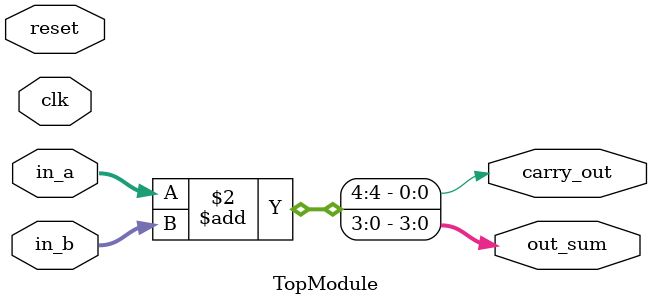
<source format=sv>
module TopModule (
    input logic clk,
    input logic reset,
    input logic [3:0] in_a,
    input logic [3:0] in_b,
    output logic [3:0] out_sum,
    output logic carry_out
);

    // Combinational logic for addition
    always @(*) begin
        {carry_out, out_sum} = in_a + in_b;
    end

endmodule
</source>
